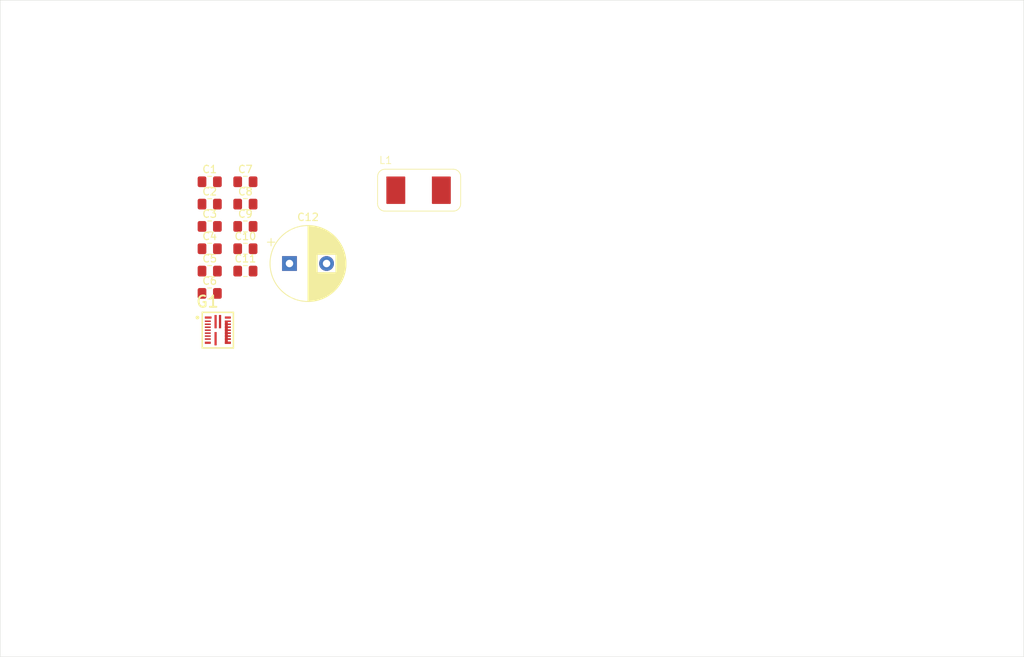
<source format=kicad_pcb>
(kicad_pcb (version 20240108) (generator "pcbnew") (generator_version "8.0")
  (layers (0 "F.Cu" signal) (31 "B.Cu" signal) (34 "B.Paste" user) (35 "F.Paste" user) (36 "B.SilkS" user "B.Silkscreen") (37 "F.SilkS" user "F.Silkscreen") (38 "B.Mask" user) (39 "F.Mask" user) (44 "Edge.Cuts" user))
  (net 0 "")
  (net 1 "12V_IN")
  (net 2 "GND")
  (net 5 "Net-(G1-PGND-Pad11)")
  (footprint "Capacitor_SMD:C_0805_2012Metric_Pad1.18x1.45mm_HandSolder" (layer "F.Cu") (at 91.245354 88.02)
    (property "Reference" "C5" (at 0 -1.68 0) (layer "F.SilkS"))
    (property "Value" "22uF")
    (fp_line (start -0.261252 -0.735) (end 0.261252 -0.735) (stroke (width 0.12)) (layer "F.SilkS"))
    (fp_line (start -0.261252 0.735) (end 0.261252 0.735) (stroke (width 0.12)) (layer "F.SilkS"))
    (pad "1" smd roundrect (at -1.0375 0) (size 1.175 1.45) (layers "F.Cu" "F.Paste" "F.Mask") (roundrect_rratio 0.212766) (net 1 "12V_IN"))
    (pad "2" smd roundrect (at 1.0375 0) (size 1.175 1.45) (layers "F.Cu" "F.Paste" "F.Mask") (roundrect_rratio 0.212766) (net 2 "GND"))
  )
  (footprint "Capacitor_SMD:C_0805_2012Metric_Pad1.18x1.45mm_HandSolder" (layer "F.Cu") (at 96.055354 78.99)
    (property "Reference" "C8" (at 0 -1.68 0) (layer "F.SilkS"))
    (property "Value" "22uF")
    (fp_line (start -0.261252 -0.735) (end 0.261252 -0.735) (stroke (width 0.12)) (layer "F.SilkS"))
    (fp_line (start -0.261252 0.735) (end 0.261252 0.735) (stroke (width 0.12)) (layer "F.SilkS"))
    (pad "1" smd roundrect (at -1.0375 0) (size 1.175 1.45) (layers "F.Cu" "F.Paste" "F.Mask") (roundrect_rratio 0.212766) (net 1 "12V_IN"))
    (pad "2" smd roundrect (at 1.0375 0) (size 1.175 1.45) (layers "F.Cu" "F.Paste" "F.Mask") (roundrect_rratio 0.212766) (net 2 "GND"))
  )
  (footprint "Capacitor_SMD:C_0805_2012Metric_Pad1.18x1.45mm_HandSolder" (layer "F.Cu") (at 91.245354 75.98)
    (property "Reference" "C1" (at 0 -1.68 0) (layer "F.SilkS"))
    (property "Value" "22uF")
    (fp_line (start -0.261252 -0.735) (end 0.261252 -0.735) (stroke (width 0.12)) (layer "F.SilkS"))
    (fp_line (start -0.261252 0.735) (end 0.261252 0.735) (stroke (width 0.12)) (layer "F.SilkS"))
    (pad "1" smd roundrect (at -1.0375 0) (size 1.175 1.45) (layers "F.Cu" "F.Paste" "F.Mask") (roundrect_rratio 0.212766) (net 1 "12V_IN"))
    (pad "2" smd roundrect (at 1.0375 0) (size 1.175 1.45) (layers "F.Cu" "F.Paste" "F.Mask") (roundrect_rratio 0.212766) (net 2 "GND"))
  )
  (footprint "TDA38813:IFX-PG-QFN-21-V" (layer "F.Cu") (at 92.340024 95.985)
    (property "Reference" "G1" (at -3.05 -2.95 0) (layer "F.SilkS") (effects (font (size 1.524 1.524) (thickness 0.254)) (justify left bottom)))
    (property "Value" "TDA38813" (hide yes))
    (fp_poly (pts (xy 1.3498 0.70039) (xy 1.3498 0.50039) (xy 1.7498 0.50039) (xy 1.7498 0.3004) (xy 1.3498 0.3004) (xy 1.3498 0.1004) (xy 1.7498 0.1004) (xy 1.7498 -0.09961) (xy 1.3498 -0.09961) (xy 1.3498 -0.29961) (xy 1.7498 -0.29961) (xy 1.7498 -0.49961) (xy 1.3498 -0.49961) (xy 1.3498 -0.69961) (xy 1.7498 -0.69961) (xy 1.7498 -0.89961) (xy 1.3498 -0.89961) (xy 1.3498 -1.0996) (xy 1.7498 -1.0996) (xy 1.7498 -1.2996) (xy 0.9498 -1.2996) (xy 0.9498 1.85039) (xy 1.7498 1.85039) (xy 1.7498 1.5504) (xy 1.3498 1.5504) (xy 1.3498 1.3004) (xy 1.7498 1.3004) (xy 1.7498 1.10039) (xy 1.3498 1.10039) (xy 1.3498 0.90039) (xy 1.7498 0.90039) (xy 1.7498 0.70039)) (fill solid) (layer "F.Cu"))
    (fp_line (start -2.1 -2.4) (end 2.1 -2.4) (stroke (width 0.2)) (layer "F.SilkS"))
    (fp_line (start -2.1 2.4) (end -2.1 -2.4) (stroke (width 0.2)) (layer "F.SilkS"))
    (fp_line (start -2.1 2.4) (end 2.1 2.4) (stroke (width 0.2)) (layer "F.SilkS"))
    (fp_line (start 2.1 2.4) (end 2.1 -2.4) (stroke (width 0.2)) (layer "F.SilkS"))
    (fp_circle (center -2.74967 -1.7) (end -2.74967 -1.825) (stroke (width 0.25)) (fill none) (layer "F.SilkS"))
    (pad "1" smd rect (at -1.3 -1.7 270) (size 0.3 0.9) (layers "F.Cu" "F.Paste" "F.Mask"))
    (pad "2" smd rect (at -1.35 -1.2 270) (size 0.2 0.8) (layers "F.Cu" "F.Paste" "F.Mask"))
    (pad "3" smd rect (at -1.35 -0.8 270) (size 0.2 0.8) (layers "F.Cu" "F.Paste" "F.Mask"))
    (pad "4" smd rect (at -1.35 -0.4 270) (size 0.2 0.8) (layers "F.Cu" "F.Paste" "F.Mask"))
    (pad "5" smd rect (at -1.35 0 270) (size 0.2 0.8) (layers "F.Cu" "F.Paste" "F.Mask"))
    (pad "6" smd rect (at -1.35 0.4 270) (size 0.2 0.8) (layers "F.Cu" "F.Paste" "F.Mask"))
    (pad "7" smd rect (at -1.35 0.8 270) (size 0.2 0.8) (layers "F.Cu" "F.Paste" "F.Mask"))
    (pad "8" smd rect (at -1.35 1.2 270) (size 0.2 0.8) (layers "F.Cu" "F.Paste" "F.Mask"))
    (pad "9" smd rect (at -1.35 1.7 270) (size 0.3 0.8) (layers "F.Cu" "F.Paste" "F.Mask"))
    (pad "10" smd rect (at -0.3 1.15) (size 0.3 1.8) (layers "F.Cu" "F.Paste" "F.Mask"))
    (pad "11" smd rect (at 1.35 1.7 270) (size 0.3 0.8) (layers "F.Cu" "F.Paste" "F.Mask") (net 5 "Net-(G1-PGND-Pad11)"))
    (pad "12" smd rect (at 1.35 1.2 270) (size 0.2 0.8) (layers "F.Cu" "F.Paste" "F.Mask") (net 5 "Net-(G1-PGND-Pad11)"))
    (pad "13" smd rect (at 1.35 0.8 270) (size 0.2 0.8) (layers "F.Cu" "F.Paste" "F.Mask") (net 5 "Net-(G1-PGND-Pad11)"))
    (pad "14" smd rect (at 1.35 0.4 270) (size 0.2 0.8) (layers "F.Cu" "F.Paste" "F.Mask") (net 5 "Net-(G1-PGND-Pad11)"))
    (pad "15" smd rect (at 1.35 0 270) (size 0.2 0.8) (layers "F.Cu" "F.Paste" "F.Mask") (net 5 "Net-(G1-PGND-Pad11)"))
    (pad "16" smd rect (at 1.35 -0.4 270) (size 0.2 0.8) (layers "F.Cu" "F.Paste" "F.Mask") (net 5 "Net-(G1-PGND-Pad11)"))
    (pad "17" smd rect (at 1.35 -0.8 270) (size 0.2 0.8) (layers "F.Cu" "F.Paste" "F.Mask") (net 5 "Net-(G1-PGND-Pad11)"))
    (pad "18" smd rect (at 1.35 -1.2 270) (size 0.2 0.8) (layers "F.Cu" "F.Paste" "F.Mask") (net 5 "Net-(G1-PGND-Pad11)"))
    (pad "19" smd rect (at 1.35 -1.7 270) (size 0.3 0.8) (layers "F.Cu" "F.Paste" "F.Mask"))
    (pad "20" smd rect (at 0.3 -1.15 180) (size 0.3 1.8) (layers "F.Cu" "F.Paste" "F.Mask"))
    (pad "21" smd rect (at -0.3 -1.15) (size 0.3 1.8) (layers "F.Cu" "F.Paste" "F.Mask") (net 1 "12V_IN"))
  )
  (footprint "Choke_Coil:Choke_Coil_SMD_3.5_8.4" (layer "F.Cu") (at 119.5 77)
    (property "Reference" "L1" (at -4.53 -3.92 0) (layer "F.SilkS") (effects (font (thickness 0.1))))
    (property "Value" "240nH")
    (fp_rect (start -4.34 -1.63) (end -1.99 1.87) (stroke (width 0.2)) (fill solid) (layer "F.Cu"))
    (fp_rect (start 1.8 -1.63) (end 4.15 1.87) (stroke (width 0.2)) (fill solid) (layer "F.Cu"))
    (fp_line (start -5.62 1.94) (end -5.62 -1.71) (stroke (width 0.1)) (layer "F.SilkS"))
    (fp_line (start -4.62 -2.71) (end 4.58 -2.71) (stroke (width 0.1)) (layer "F.SilkS"))
    (fp_line (start 4.58 2.94) (end -4.62 2.94) (stroke (width 0.1)) (layer "F.SilkS"))
    (fp_line (start 5.58 -1.71) (end 5.58 1.94) (stroke (width 0.1)) (layer "F.SilkS"))
    (fp_arc (start -5.62 -1.71) (mid -5.327107 -2.417107) (end -4.62 -2.71) (stroke (width 0.1)) (layer "F.SilkS"))
    (fp_arc (start -4.62 2.94) (mid -5.327107 2.647107) (end -5.62 1.94) (stroke (width 0.1)) (layer "F.SilkS"))
    (fp_arc (start 4.58 -2.71) (mid 5.287107 -2.417107) (end 5.58 -1.71) (stroke (width 0.1)) (layer "F.SilkS"))
    (fp_arc (start 5.58 1.94) (mid 5.287107 2.647107) (end 4.58 2.94) (stroke (width 0.1)) (layer "F.SilkS"))
  )
  (footprint "Capacitor_THT:CP_Radial_D10.0mm_P5.00mm" (layer "F.Cu") (at 102 87)
    (property "Reference" "C12" (at 2.5 -6.25 0) (layer "F.SilkS"))
    (property "Value" "330uF")
    (fp_line (start -2.979646 -2.875) (end -1.979646 -2.875) (stroke (width 0.12)) (layer "F.SilkS"))
    (fp_line (start -2.479646 -3.375) (end -2.479646 -2.375) (stroke (width 0.12)) (layer "F.SilkS"))
    (fp_line (start 2.5 -5.08) (end 2.5 5.08) (stroke (width 0.12)) (layer "F.SilkS"))
    (fp_line (start 2.54 -5.08) (end 2.54 5.08) (stroke (width 0.12)) (layer "F.SilkS"))
    (fp_line (start 2.58 -5.08) (end 2.58 5.08) (stroke (width 0.12)) (layer "F.SilkS"))
    (fp_line (start 2.62 -5.079) (end 2.62 5.079) (stroke (width 0.12)) (layer "F.SilkS"))
    (fp_line (start 2.66 -5.078) (end 2.66 5.078) (stroke (width 0.12)) (layer "F.SilkS"))
    (fp_line (start 2.7 -5.077) (end 2.7 5.077) (stroke (width 0.12)) (layer "F.SilkS"))
    (fp_line (start 2.74 -5.075) (end 2.74 5.075) (stroke (width 0.12)) (layer "F.SilkS"))
    (fp_line (start 2.78 -5.073) (end 2.78 5.073) (stroke (width 0.12)) (layer "F.SilkS"))
    (fp_line (start 2.82 -5.07) (end 2.82 5.07) (stroke (width 0.12)) (layer "F.SilkS"))
    (fp_line (start 2.86 -5.068) (end 2.86 5.068) (stroke (width 0.12)) (layer "F.SilkS"))
    (fp_line (start 2.9 -5.065) (end 2.9 5.065) (stroke (width 0.12)) (layer "F.SilkS"))
    (fp_line (start 2.94 -5.062) (end 2.94 5.062) (stroke (width 0.12)) (layer "F.SilkS"))
    (fp_line (start 2.98 -5.058) (end 2.98 5.058) (stroke (width 0.12)) (layer "F.SilkS"))
    (fp_line (start 3.02 -5.054) (end 3.02 5.054) (stroke (width 0.12)) (layer "F.SilkS"))
    (fp_line (start 3.06 -5.05) (end 3.06 5.05) (stroke (width 0.12)) (layer "F.SilkS"))
    (fp_line (start 3.1 -5.045) (end 3.1 5.045) (stroke (width 0.12)) (layer "F.SilkS"))
    (fp_line (start 3.14 -5.04) (end 3.14 5.04) (stroke (width 0.12)) (layer "F.SilkS"))
    (fp_line (start 3.18 -5.035) (end 3.18 5.035) (stroke (width 0.12)) (layer "F.SilkS"))
    (fp_line (start 3.221 -5.03) (end 3.221 5.03) (stroke (width 0.12)) (layer "F.SilkS"))
    (fp_line (start 3.261 -5.024) (end 3.261 5.024) (stroke (width 0.12)) (layer "F.SilkS"))
    (fp_line (start 3.301 -5.018) (end 3.301 5.018) (stroke (width 0.12)) (layer "F.SilkS"))
    (fp_line (start 3.341 -5.011) (end 3.341 5.011) (stroke (width 0.12)) (layer "F.SilkS"))
    (fp_line (start 3.381 -5.004) (end 3.381 5.004) (stroke (width 0.12)) (layer "F.SilkS"))
    (fp_line (start 3.421 -4.997) (end 3.421 4.997) (stroke (width 0.12)) (layer "F.SilkS"))
    (fp_line (start 3.461 -4.99) (end 3.461 4.99) (stroke (width 0.12)) (layer "F.SilkS"))
    (fp_line (start 3.501 -4.982) (end 3.501 4.982) (stroke (width 0.12)) (layer "F.SilkS"))
    (fp_line (start 3.541 -4.974) (end 3.541 4.974) (stroke (width 0.12)) (layer "F.SilkS"))
    (fp_line (start 3.581 -4.965) (end 3.581 4.965) (stroke (width 0.12)) (layer "F.SilkS"))
    (fp_line (start 3.621 -4.956) (end 3.621 4.956) (stroke (width 0.12)) (layer "F.SilkS"))
    (fp_line (start 3.661 -4.947) (end 3.661 4.947) (stroke (width 0.12)) (layer "F.SilkS"))
    (fp_line (start 3.701 -4.938) (end 3.701 4.938) (stroke (width 0.12)) (layer "F.SilkS"))
    (fp_line (start 3.741 -4.928) (end 3.741 4.928) (stroke (width 0.12)) (layer "F.SilkS"))
    (fp_line (start 3.781 -4.918) (end 3.781 -1.241) (stroke (width 0.12)) (layer "F.SilkS"))
    (fp_line (start 3.781 1.241) (end 3.781 4.918) (stroke (width 0.12)) (layer "F.SilkS"))
    (fp_line (start 3.821 -4.907) (end 3.821 -1.241) (stroke (width 0.12)) (layer "F.SilkS"))
    (fp_line (start 3.821 1.241) (end 3.821 4.907) (stroke (width 0.12)) (layer "F.SilkS"))
    (fp_line (start 3.861 -4.897) (end 3.861 -1.241) (stroke (width 0.12)) (layer "F.SilkS"))
    (fp_line (start 3.861 1.241) (end 3.861 4.897) (stroke (width 0.12)) (layer "F.SilkS"))
    (fp_line (start 3.901 -4.885) (end 3.901 -1.241) (stroke (width 0.12)) (layer "F.SilkS"))
    (fp_line (start 3.901 1.241) (end 3.901 4.885) (stroke (width 0.12)) (layer "F.SilkS"))
    (fp_line (start 3.941 -4.874) (end 3.941 -1.241) (stroke (width 0.12)) (layer "F.SilkS"))
    (fp_line (start 3.941 1.241) (end 3.941 4.874) (stroke (width 0.12)) (layer "F.SilkS"))
    (fp_line (start 3.981 -4.862) (end 3.981 -1.241) (stroke (width 0.12)) (layer "F.SilkS"))
    (fp_line (start 3.981 1.241) (end 3.981 4.862) (stroke (width 0.12)) (layer "F.SilkS"))
    (fp_line (start 4.021 -4.85) (end 4.021 -1.241) (stroke (width 0.12)) (layer "F.SilkS"))
    (fp_line (start 4.021 1.241) (end 4.021 4.85) (stroke (width 0.12)) (layer "F.SilkS"))
    (fp_line (start 4.061 -4.837) (end 4.061 -1.241) (stroke (width 0.12)) (layer "F.SilkS"))
    (fp_line (start 4.061 1.241) (end 4.061 4.837) (stroke (width 0.12)) (layer "F.SilkS"))
    (fp_line (start 4.101 -4.824) (end 4.101 -1.241) (stroke (width 0.12)) (layer "F.SilkS"))
    (fp_line (start 4.101 1.241) (end 4.101 4.824) (stroke (width 0.12)) (layer "F.SilkS"))
    (fp_line (start 4.141 -4.811) (end 4.141 -1.241) (stroke (width 0.12)) (layer "F.SilkS"))
    (fp_line (start 4.141 1.241) (end 4.141 4.811) (stroke (width 0.12)) (layer "F.SilkS"))
    (fp_line (start 4.181 -4.797) (end 4.181 -1.241) (stroke (width 0.12)) (layer "F.SilkS"))
    (fp_line (start 4.181 1.241) (end 4.181 4.797) (stroke (width 0.12)) (layer "F.SilkS"))
    (fp_line (start 4.221 -4.783) (end 4.221 -1.241) (stroke (width 0.12)) (layer "F.SilkS"))
    (fp_line (start 4.221 1.241) (end 4.221 4.783) (stroke (width 0.12)) (layer "F.SilkS"))
    (fp_line (start 4.261 -4.768) (end 4.261 -1.241) (stroke (width 0.12)) (layer "F.SilkS"))
    (fp_line (start 4.261 1.241) (end 4.261 4.768) (stroke (width 0.12)) (layer "F.SilkS"))
    (fp_line (start 4.301 -4.754) (end 4.301 -1.241) (stroke (width 0.12)) (layer "F.SilkS"))
    (fp_line (start 4.301 1.241) (end 4.301 4.754) (stroke (width 0.12)) (layer "F.SilkS"))
    (fp_line (start 4.341 -4.738) (end 4.341 -1.241) (stroke (width 0.12)) (layer "F.SilkS"))
    (fp_line (start 4.341 1.241) (end 4.341 4.738) (stroke (width 0.12)) (layer "F.SilkS"))
    (fp_line (start 4.381 -4.723) (end 4.381 -1.241) (stroke (width 0.12)) (layer "F.SilkS"))
    (fp_line (start 4.381 1.241) (end 4.381 4.723) (stroke (width 0.12)) (layer "F.SilkS"))
    (fp_line (start 4.421 -4.707) (end 4.421 -1.241) (stroke (width 0.12)) (layer "F.SilkS"))
    (fp_line (start 4.421 1.241) (end 4.421 4.707) (stroke (width 0.12)) (layer "F.SilkS"))
    (fp_line (start 4.461 -4.69) (end 4.461 -1.241) (stroke (width 0.12)) (layer "F.SilkS"))
    (fp_line (start 4.461 1.241) (end 4.461 4.69) (stroke (width 0.12)) (layer "F.SilkS"))
    (fp_line (start 4.501 -4.674) (end 4.501 -1.241) (stroke (width 0.12)) (layer "F.SilkS"))
    (fp_line (start 4.501 1.241) (end 4.501 4.674) (stroke (width 0.12)) (layer "F.SilkS"))
    (fp_line (start 4.541 -4.657) (end 4.541 -1.241) (stroke (width 0.12)) (layer "F.SilkS"))
    (fp_line (start 4.541 1.241) (end 4.541 4.657) (stroke (width 0.12)) (layer "F.SilkS"))
    (fp_line (start 4.581 -4.639) (end 4.581 -1.241) (stroke (width 0.12)) (layer "F.SilkS"))
    (fp_line (start 4.581 1.241) (end 4.581 4.639) (stroke (width 0.12)) (layer "F.SilkS"))
    (fp_line (start 4.621 -4.621) (end 4.621 -1.241) (stroke (width 0.12)) (layer "F.SilkS"))
    (fp_line (start 4.621 1.241) (end 4.621 4.621) (stroke (width 0.12)) (layer "F.SilkS"))
    (fp_line (start 4.661 -4.603) (end 4.661 -1.241) (stroke (width 0.12)) (layer "F.SilkS"))
    (fp_line (start 4.661 1.241) (end 4.661 4.603) (stroke (width 0.12)) (layer "F.SilkS"))
    (fp_line (start 4.701 -4.584) (end 4.701 -1.241) (stroke (width 0.12)) (layer "F.SilkS"))
    (fp_line (start 4.701 1.241) (end 4.701 4.584) (stroke (width 0.12)) (layer "F.SilkS"))
    (fp_line (start 4.741 -4.564) (end 4.741 -1.241) (stroke (width 0.12)) (layer "F.SilkS"))
    (fp_line (start 4.741 1.241) (end 4.741 4.564) (stroke (width 0.12)) (layer "F.SilkS"))
    (fp_line (start 4.781 -4.545) (end 4.781 -1.241) (stroke (width 0.12)) (layer "F.SilkS"))
    (fp_line (start 4.781 1.241) (end 4.781 4.545) (stroke (width 0.12)) (layer "F.SilkS"))
    (fp_line (start 4.821 -4.525) (end 4.821 -1.241) (stroke (width 0.12)) (layer "F.SilkS"))
    (fp_line (start 4.821 1.241) (end 4.821 4.525) (stroke (width 0.12)) (layer "F.SilkS"))
    (fp_line (start 4.861 -4.504) (end 4.861 -1.241) (stroke (width 0.12)) (layer "F.SilkS"))
    (fp_line (start 4.861 1.241) (end 4.861 4.504) (stroke (width 0.12)) (layer "F.SilkS"))
    (fp_line (start 4.901 -4.483) (end 4.901 -1.241) (stroke (width 0.12)) (layer "F.SilkS"))
    (fp_line (start 4.901 1.241) (end 4.901 4.483) (stroke (width 0.12)) (layer "F.SilkS"))
    (fp_line (start 4.941 -4.462) (end 4.941 -1.241) (stroke (width 0.12)) (layer "F.SilkS"))
    (fp_line (start 4.941 1.241) (end 4.941 4.462) (stroke (width 0.12)) (layer "F.SilkS"))
    (fp_line (start 4.981 -4.44) (end 4.981 -1.241) (stroke (width 0.12)) (layer "F.SilkS"))
    (fp_line (start 4.981 1.241) (end 4.981 4.44) (stroke (width 0.12)) (layer "F.SilkS"))
    (fp_line (start 5.021 -4.417) (end 5.021 -1.241) (stroke (width 0.12)) (layer "F.SilkS"))
    (fp_line (start 5.021 1.241) (end 5.021 4.417) (stroke (width 0.12)) (layer "F.SilkS"))
    (fp_line (start 5.061 -4.395) (end 5.061 -1.241) (stroke (width 0.12)) (layer "F.SilkS"))
    (fp_line (start 5.061 1.241) (end 5.061 4.395) (stroke (width 0.12)) (layer "F.SilkS"))
    (fp_line (start 5.101 -4.371) (end 5.101 -1.241) (stroke (width 0.12)) (layer "F.SilkS"))
    (fp_line (start 5.101 1.241) (end 5.101 4.371) (stroke (width 0.12)) (layer "F.SilkS"))
    (fp_line (start 5.141 -4.347) (end 5.141 -1.241) (stroke (width 0.12)) (layer "F.SilkS"))
    (fp_line (start 5.141 1.241) (end 5.141 4.347) (stroke (width 0.12)) (layer "F.SilkS"))
    (fp_line (start 5.181 -4.323) (end 5.181 -1.241) (stroke (width 0.12)) (layer "F.SilkS"))
    (fp_line (start 5.181 1.241) (end 5.181 4.323) (stroke (width 0.12)) (layer "F.SilkS"))
    (fp_line (start 5.221 -4.298) (end 5.221 -1.241) (stroke (width 0.12)) (layer "F.SilkS"))
    (fp_line (start 5.221 1.241) (end 5.221 4.298) (stroke (width 0.12)) (layer "F.SilkS"))
    (fp_line (start 5.261 -4.273) (end 5.261 -1.241) (stroke (width 0.12)) (layer "F.SilkS"))
    (fp_line (start 5.261 1.241) (end 5.261 4.273) (stroke (width 0.12)) (layer "F.SilkS"))
    (fp_line (start 5.301 -4.247) (end 5.301 -1.241) (stroke (width 0.12)) (layer "F.SilkS"))
    (fp_line (start 5.301 1.241) (end 5.301 4.247) (stroke (width 0.12)) (layer "F.SilkS"))
    (fp_line (start 5.341 -4.221) (end 5.341 -1.241) (stroke (width 0.12)) (layer "F.SilkS"))
    (fp_line (start 5.341 1.241) (end 5.341 4.221) (stroke (width 0.12)) (layer "F.SilkS"))
    (fp_line (start 5.381 -4.194) (end 5.381 -1.241) (stroke (width 0.12)) (layer "F.SilkS"))
    (fp_line (start 5.381 1.241) (end 5.381 4.194) (stroke (width 0.12)) (layer "F.SilkS"))
    (fp_line (start 5.421 -4.166) (end 5.421 -1.241) (stroke (width 0.12)) (layer "F.SilkS"))
    (fp_line (start 5.421 1.241) (end 5.421 4.166) (stroke (width 0.12)) (layer "F.SilkS"))
    (fp_line (start 5.461 -4.138) (end 5.461 -1.241) (stroke (width 0.12)) (layer "F.SilkS"))
    (fp_line (start 5.461 1.241) (end 5.461 4.138) (stroke (width 0.12)) (layer "F.SilkS"))
    (fp_line (start 5.501 -4.11) (end 5.501 -1.241) (stroke (width 0.12)) (layer "F.SilkS"))
    (fp_line (start 5.501 1.241) (end 5.501 4.11) (stroke (width 0.12)) (layer "F.SilkS"))
    (fp_line (start 5.541 -4.08) (end 5.541 -1.241) (stroke (width 0.12)) (layer "F.SilkS"))
    (fp_line (start 5.541 1.241) (end 5.541 4.08) (stroke (width 0.12)) (layer "F.SilkS"))
    (fp_line (start 5.581 -4.05) (end 5.581 -1.241) (stroke (width 0.12)) (layer "F.SilkS"))
    (fp_line (start 5.581 1.241) (end 5.581 4.05) (stroke (width 0.12)) (layer "F.SilkS"))
    (fp_line (start 5.621 -4.02) (end 5.621 -1.241) (stroke (width 0.12)) (layer "F.SilkS"))
    (fp_line (start 5.621 1.241) (end 5.621 4.02) (stroke (width 0.12)) (layer "F.SilkS"))
    (fp_line (start 5.661 -3.989) (end 5.661 -1.241) (stroke (width 0.12)) (layer "F.SilkS"))
    (fp_line (start 5.661 1.241) (end 5.661 3.989) (stroke (width 0.12)) (layer "F.SilkS"))
    (fp_line (start 5.701 -3.957) (end 5.701 -1.241) (stroke (width 0.12)) (layer "F.SilkS"))
    (fp_line (start 5.701 1.241) (end 5.701 3.957) (stroke (width 0.12)) (layer "F.SilkS"))
    (fp_line (start 5.741 -3.925) (end 5.741 -1.241) (stroke (width 0.12)) (layer "F.SilkS"))
    (fp_line (start 5.741 1.241) (end 5.741 3.925) (stroke (width 0.12)) (layer "F.SilkS"))
    (fp_line (start 5.781 -3.892) (end 5.781 -1.241) (stroke (width 0.12)) (layer "F.SilkS"))
    (fp_line (start 5.781 1.241) (end 5.781 3.892) (stroke (width 0.12)) (layer "F.SilkS"))
    (fp_line (start 5.821 -3.858) (end 5.821 -1.241) (stroke (width 0.12)) (layer "F.SilkS"))
    (fp_line (start 5.821 1.241) (end 5.821 3.858) (stroke (width 0.12)) (layer "F.SilkS"))
    (fp_line (start 5.861 -3.824) (end 5.861 -1.241) (stroke (width 0.12)) (layer "F.SilkS"))
    (fp_line (start 5.861 1.241) (end 5.861 3.824) (stroke (width 0.12)) (layer "F.SilkS"))
    (fp_line (start 5.901 -3.789) (end 5.901 -1.241) (stroke (width 0.12)) (layer "F.SilkS"))
    (fp_line (start 5.901 1.241) (end 5.901 3.789) (stroke (width 0.12)) (layer "F.SilkS"))
    (fp_line (start 5.941 -3.753) (end 5.941 -1.241) (stroke (width 0.12)) (layer "F.SilkS"))
    (fp_line (start 5.941 1.241) (end 5.941 3.753) (stroke (width 0.12)) (layer "F.SilkS"))
    (fp_line (start 5.981 -3.716) (end 5.981 -1.241) (stroke (width 0.12)) (layer "F.SilkS"))
    (fp_line (start 5.981 1.241) (end 5.981 3.716) (stroke (width 0.12)) (layer "F.SilkS"))
    (fp_line (start 6.021 -3.679) (end 6.021 -1.241) (stroke (width 0.12)) (layer "F.SilkS"))
    (fp_line (start 6.021 1.241) (end 6.021 3.679) (stroke (width 0.12)) (layer "F.SilkS"))
    (fp_line (start 6.061 -3.64) (end 6.061 -1.241) (stroke (width 0.12)) (layer "F.SilkS"))
    (fp_line (start 6.061 1.241) (end 6.061 3.64) (stroke (width 0.12)) (layer "F.SilkS"))
    (fp_line (start 6.101 -3.601) (end 6.101 -1.241) (stroke (width 0.12)) (layer "F.SilkS"))
    (fp_line (start 6.101 1.241) (end 6.101 3.601) (stroke (width 0.12)) (layer "F.SilkS"))
    (fp_line (start 6.141 -3.561) (end 6.141 -1.241) (stroke (width 0.12)) (layer "F.SilkS"))
    (fp_line (start 6.141 1.241) (end 6.141 3.561) (stroke (width 0.12)) (layer "F.SilkS"))
    (fp_line (start 6.181 -3.52) (end 6.181 -1.241) (stroke (width 0.12)) (layer "F.SilkS"))
    (fp_line (start 6.181 1.241) (end 6.181 3.52) (stroke (width 0.12)) (layer "F.SilkS"))
    (fp_line (start 6.221 -3.478) (end 6.221 -1.241) (stroke (width 0.12)) (layer "F.SilkS"))
    (fp_line (start 6.221 1.241) (end 6.221 3.478) (stroke (width 0.12)) (layer "F.SilkS"))
    (fp_line (start 6.261 -3.436) (end 6.261 3.436) (stroke (width 0.12)) (layer "F.SilkS"))
    (fp_line (start 6.301 -3.392) (end 6.301 3.392) (stroke (width 0.12)) (layer "F.SilkS"))
    (fp_line (start 6.341 -3.347) (end 6.341 3.347) (stroke (width 0.12)) (layer "F.SilkS"))
    (fp_line (start 6.381 -3.301) (end 6.381 3.301) (stroke (width 0.12)) (layer "F.SilkS"))
    (fp_line (start 6.421 -3.254) (end 6.421 3.254) (stroke (width 0.12)) (layer "F.SilkS"))
    (fp_line (start 6.461 -3.206) (end 6.461 3.206) (stroke (width 0.12)) (layer "F.SilkS"))
    (fp_line (start 6.501 -3.156) (end 6.501 3.156) (stroke (width 0.12)) (layer "F.SilkS"))
    (fp_line (start 6.541 -3.106) (end 6.541 3.106) (stroke (width 0.12)) (layer "F.SilkS"))
    (fp_line (start 6.581 -3.054) (end 6.581 3.054) (stroke (width 0.12)) (layer "F.SilkS"))
    (fp_line (start 6.621 -3) (end 6.621 3) (stroke (width 0.12)) (layer "F.SilkS"))
    (fp_line (start 6.661 -2.945) (end 6.661 2.945) (stroke (width 0.12)) (layer "F.SilkS"))
    (fp_line (start 6.701 -2.889) (end 6.701 2.889) (stroke (width 0.12)) (layer "F.SilkS"))
    (fp_line (start 6.741 -2.83) (end 6.741 2.83) (stroke (width 0.12)) (layer "F.SilkS"))
    (fp_line (start 6.781 -2.77) (end 6.781 2.77) (stroke (width 0.12)) (layer "F.SilkS"))
    (fp_line (start 6.821 -2.709) (end 6.821 2.709) (stroke (width 0.12)) (layer "F.SilkS"))
    (fp_line (start 6.861 -2.645) (end 6.861 2.645) (stroke (width 0.12)) (layer "F.SilkS"))
    (fp_line (start 6.901 -2.579) (end 6.901 2.579) (stroke (width 0.12)) (layer "F.SilkS"))
    (fp_line (start 6.941 -2.51) (end 6.941 2.51) (stroke (width 0.12)) (layer "F.SilkS"))
    (fp_line (start 6.981 -2.439) (end 6.981 2.439) (stroke (width 0.12)) (layer "F.SilkS"))
    (fp_line (start 7.021 -2.365) (end 7.021 2.365) (stroke (width 0.12)) (layer "F.SilkS"))
    (fp_line (start 7.061 -2.289) (end 7.061 2.289) (stroke (width 0.12)) (layer "F.SilkS"))
    (fp_line (start 7.101 -2.209) (end 7.101 2.209) (stroke (width 0.12)) (layer "F.SilkS"))
    (fp_line (start 7.141 -2.125) (end 7.141 2.125) (stroke (width 0.12)) (layer "F.SilkS"))
    (fp_line (start 7.181 -2.037) (end 7.181 2.037) (stroke (width 0.12)) (layer "F.SilkS"))
    (fp_line (start 7.221 -1.944) (end 7.221 1.944) (stroke (width 0.12)) (layer "F.SilkS"))
    (fp_line (start 7.261 -1.846) (end 7.261 1.846) (stroke (width 0.12)) (layer "F.SilkS"))
    (fp_line (start 7.301 -1.742) (end 7.301 1.742) (stroke (width 0.12)) (layer "F.SilkS"))
    (fp_line (start 7.341 -1.63) (end 7.341 1.63) (stroke (width 0.12)) (layer "F.SilkS"))
    (fp_line (start 7.381 -1.51) (end 7.381 1.51) (stroke (width 0.12)) (layer "F.SilkS"))
    (fp_line (start 7.421 -1.378) (end 7.421 1.378) (stroke (width 0.12)) (layer "F.SilkS"))
    (fp_line (start 7.461 -1.23) (end 7.461 1.23) (stroke (width 0.12)) (layer "F.SilkS"))
    (fp_line (start 7.501 -1.062) (end 7.501 1.062) (stroke (width 0.12)) (layer "F.SilkS"))
    (fp_line (start 7.541 -0.862) (end 7.541 0.862) (stroke (width 0.12)) (layer "F.SilkS"))
    (fp_line (start 7.581 -0.599) (end 7.581 0.599) (stroke (width 0.12)) (layer "F.SilkS"))
    (fp_circle (center 2.5 0) (end 7.62 0) (stroke (width 0.12)) (fill none) (layer "F.SilkS"))
    (pad "1" thru_hole rect (at 0 0) (size 2 2) (drill 1) (layers "*.Cu" "*.Mask") (net 1 "12V_IN"))
    (pad "2" thru_hole circle (at 5 0) (size 2 2) (drill 1) (layers "*.Cu" "*.Mask") (net 2 "GND"))
  )
  (footprint "Capacitor_SMD:C_0805_2012Metric_Pad1.18x1.45mm_HandSolder" (layer "F.Cu") (at 96.055354 88.02)
    (property "Reference" "C11" (at 0 -1.68 0) (layer "F.SilkS"))
    (property "Value" "22uF")
    (fp_line (start -0.261252 -0.735) (end 0.261252 -0.735) (stroke (width 0.12)) (layer "F.SilkS"))
    (fp_line (start -0.261252 0.735) (end 0.261252 0.735) (stroke (width 0.12)) (layer "F.SilkS"))
    (pad "1" smd roundrect (at -1.0375 0) (size 1.175 1.45) (layers "F.Cu" "F.Paste" "F.Mask") (roundrect_rratio 0.212766) (net 1 "12V_IN"))
    (pad "2" smd roundrect (at 1.0375 0) (size 1.175 1.45) (layers "F.Cu" "F.Paste" "F.Mask") (roundrect_rratio 0.212766) (net 2 "GND"))
  )
  (footprint "Capacitor_SMD:C_0805_2012Metric_Pad1.18x1.45mm_HandSolder" (layer "F.Cu") (at 91.245354 82)
    (property "Reference" "C3" (at 0 -1.68 0) (layer "F.SilkS"))
    (property "Value" "22uF")
    (fp_line (start -0.261252 -0.735) (end 0.261252 -0.735) (stroke (width 0.12)) (layer "F.SilkS"))
    (fp_line (start -0.261252 0.735) (end 0.261252 0.735) (stroke (width 0.12)) (layer "F.SilkS"))
    (pad "1" smd roundrect (at -1.0375 0) (size 1.175 1.45) (layers "F.Cu" "F.Paste" "F.Mask") (roundrect_rratio 0.212766) (net 1 "12V_IN"))
    (pad "2" smd roundrect (at 1.0375 0) (size 1.175 1.45) (layers "F.Cu" "F.Paste" "F.Mask") (roundrect_rratio 0.212766) (net 2 "GND"))
  )
  (footprint "Capacitor_SMD:C_0805_2012Metric_Pad1.18x1.45mm_HandSolder" (layer "F.Cu") (at 96.055354 85.01)
    (property "Reference" "C10" (at 0 -1.68 0) (layer "F.SilkS"))
    (property "Value" "22uF")
    (fp_line (start -0.261252 -0.735) (end 0.261252 -0.735) (stroke (width 0.12)) (layer "F.SilkS"))
    (fp_line (start -0.261252 0.735) (end 0.261252 0.735) (stroke (width 0.12)) (layer "F.SilkS"))
    (pad "1" smd roundrect (at -1.0375 0) (size 1.175 1.45) (layers "F.Cu" "F.Paste" "F.Mask") (roundrect_rratio 0.212766) (net 1 "12V_IN"))
    (pad "2" smd roundrect (at 1.0375 0) (size 1.175 1.45) (layers "F.Cu" "F.Paste" "F.Mask") (roundrect_rratio 0.212766) (net 2 "GND"))
  )
  (footprint "Capacitor_SMD:C_0805_2012Metric_Pad1.18x1.45mm_HandSolder" (layer "F.Cu") (at 96.055354 82)
    (property "Reference" "C9" (at 0 -1.68 0) (layer "F.SilkS"))
    (property "Value" "22uF")
    (fp_line (start -0.261252 -0.735) (end 0.261252 -0.735) (stroke (width 0.12)) (layer "F.SilkS"))
    (fp_line (start -0.261252 0.735) (end 0.261252 0.735) (stroke (width 0.12)) (layer "F.SilkS"))
    (pad "1" smd roundrect (at -1.0375 0) (size 1.175 1.45) (layers "F.Cu" "F.Paste" "F.Mask") (roundrect_rratio 0.212766) (net 1 "12V_IN"))
    (pad "2" smd roundrect (at 1.0375 0) (size 1.175 1.45) (layers "F.Cu" "F.Paste" "F.Mask") (roundrect_rratio 0.212766) (net 2 "GND"))
  )
  (footprint "Capacitor_SMD:C_0805_2012Metric_Pad1.18x1.45mm_HandSolder" (layer "F.Cu") (at 91.245354 85.01)
    (property "Reference" "C4" (at 0 -1.68 0) (layer "F.SilkS"))
    (property "Value" "22uF")
    (fp_line (start -0.261252 -0.735) (end 0.261252 -0.735) (stroke (width 0.12)) (layer "F.SilkS"))
    (fp_line (start -0.261252 0.735) (end 0.261252 0.735) (stroke (width 0.12)) (layer "F.SilkS"))
    (pad "1" smd roundrect (at -1.0375 0) (size 1.175 1.45) (layers "F.Cu" "F.Paste" "F.Mask") (roundrect_rratio 0.212766) (net 1 "12V_IN"))
    (pad "2" smd roundrect (at 1.0375 0) (size 1.175 1.45) (layers "F.Cu" "F.Paste" "F.Mask") (roundrect_rratio 0.212766) (net 2 "GND"))
  )
  (footprint "Capacitor_SMD:C_0805_2012Metric_Pad1.18x1.45mm_HandSolder" (layer "F.Cu") (at 91.245354 78.99)
    (property "Reference" "C2" (at 0 -1.68 0) (layer "F.SilkS"))
    (property "Value" "22uF")
    (fp_line (start -0.261252 -0.735) (end 0.261252 -0.735) (stroke (width 0.12)) (layer "F.SilkS"))
    (fp_line (start -0.261252 0.735) (end 0.261252 0.735) (stroke (width 0.12)) (layer "F.SilkS"))
    (pad "1" smd roundrect (at -1.0375 0) (size 1.175 1.45) (layers "F.Cu" "F.Paste" "F.Mask") (roundrect_rratio 0.212766) (net 1 "12V_IN"))
    (pad "2" smd roundrect (at 1.0375 0) (size 1.175 1.45) (layers "F.Cu" "F.Paste" "F.Mask") (roundrect_rratio 0.212766) (net 2 "GND"))
  )
  (footprint "Capacitor_SMD:C_0805_2012Metric_Pad1.18x1.45mm_HandSolder" (layer "F.Cu") (at 96.055354 75.98)
    (property "Reference" "C7" (at 0 -1.68 0) (layer "F.SilkS"))
    (property "Value" "22uF")
    (fp_line (start -0.261252 -0.735) (end 0.261252 -0.735) (stroke (width 0.12)) (layer "F.SilkS"))
    (fp_line (start -0.261252 0.735) (end 0.261252 0.735) (stroke (width 0.12)) (layer "F.SilkS"))
    (pad "1" smd roundrect (at -1.0375 0) (size 1.175 1.45) (layers "F.Cu" "F.Paste" "F.Mask") (roundrect_rratio 0.212766) (net 1 "12V_IN"))
    (pad "2" smd roundrect (at 1.0375 0) (size 1.175 1.45) (layers "F.Cu" "F.Paste" "F.Mask") (roundrect_rratio 0.212766) (net 2 "GND"))
  )
  (footprint "Capacitor_SMD:C_0805_2012Metric_Pad1.18x1.45mm_HandSolder" (layer "F.Cu") (at 91.245354 91.03)
    (property "Reference" "C6" (at 0 -1.68 0) (layer "F.SilkS"))
    (property "Value" "22uF")
    (fp_line (start -0.261252 -0.735) (end 0.261252 -0.735) (stroke (width 0.12)) (layer "F.SilkS"))
    (fp_line (start -0.261252 0.735) (end 0.261252 0.735) (stroke (width 0.12)) (layer "F.SilkS"))
    (pad "1" smd roundrect (at -1.0375 0) (size 1.175 1.45) (layers "F.Cu" "F.Paste" "F.Mask") (roundrect_rratio 0.212766) (net 1 "12V_IN"))
    (pad "2" smd roundrect (at 1.0375 0) (size 1.175 1.45) (layers "F.Cu" "F.Paste" "F.Mask") (roundrect_rratio 0.212766) (net 2 "GND"))
  )
  (gr_rect (start 63 51.5) (end 201 140) (stroke (width 0.05)) (fill none) (layer "Edge.Cuts"))
)
</source>
